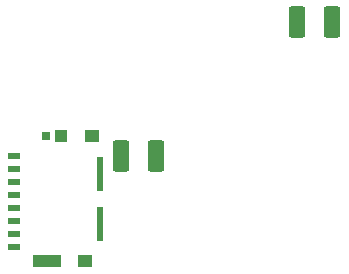
<source format=gbr>
%TF.GenerationSoftware,KiCad,Pcbnew,(6.0.2)*%
%TF.CreationDate,2022-04-06T14:17:41-06:00*%
%TF.ProjectId,DB25m_F4_THTV1,44423235-6d5f-4463-945f-54485456312e,rev?*%
%TF.SameCoordinates,Original*%
%TF.FileFunction,Paste,Bot*%
%TF.FilePolarity,Positive*%
%FSLAX46Y46*%
G04 Gerber Fmt 4.6, Leading zero omitted, Abs format (unit mm)*
G04 Created by KiCad (PCBNEW (6.0.2)) date 2022-04-06 14:17:41*
%MOMM*%
%LPD*%
G01*
G04 APERTURE LIST*
G04 Aperture macros list*
%AMRoundRect*
0 Rectangle with rounded corners*
0 $1 Rounding radius*
0 $2 $3 $4 $5 $6 $7 $8 $9 X,Y pos of 4 corners*
0 Add a 4 corners polygon primitive as box body*
4,1,4,$2,$3,$4,$5,$6,$7,$8,$9,$2,$3,0*
0 Add four circle primitives for the rounded corners*
1,1,$1+$1,$2,$3*
1,1,$1+$1,$4,$5*
1,1,$1+$1,$6,$7*
1,1,$1+$1,$8,$9*
0 Add four rect primitives between the rounded corners*
20,1,$1+$1,$2,$3,$4,$5,0*
20,1,$1+$1,$4,$5,$6,$7,0*
20,1,$1+$1,$6,$7,$8,$9,0*
20,1,$1+$1,$8,$9,$2,$3,0*%
G04 Aperture macros list end*
%ADD10RoundRect,0.250001X0.462499X1.074999X-0.462499X1.074999X-0.462499X-1.074999X0.462499X-1.074999X0*%
%ADD11R,0.550000X2.910000*%
%ADD12R,1.000000X0.500000*%
%ADD13R,0.780000X0.720000*%
%ADD14R,1.200000X1.050000*%
%ADD15R,2.390000X1.050000*%
%ADD16R,1.080000X1.050000*%
%ADD17RoundRect,0.250001X-0.462499X-1.074999X0.462499X-1.074999X0.462499X1.074999X-0.462499X1.074999X0*%
G04 APERTURE END LIST*
D10*
%TO.C,C3*%
X131683760Y-63578740D03*
X128708760Y-63578740D03*
%TD*%
D11*
%TO.C,J5*%
X112011860Y-80681400D03*
X112011860Y-76491400D03*
D12*
X104776860Y-74986400D03*
X104776860Y-76086400D03*
X104776860Y-77186400D03*
X104776860Y-78286400D03*
X104776860Y-79386400D03*
X104776860Y-80486400D03*
X104776860Y-81586400D03*
X104776860Y-82686400D03*
D13*
X107456860Y-73226400D03*
D14*
X110766860Y-83861400D03*
D15*
X107581860Y-83861400D03*
D14*
X111336860Y-73216400D03*
D16*
X108726860Y-73226400D03*
%TD*%
D17*
%TO.C,C4*%
X113821820Y-74914760D03*
X116796820Y-74914760D03*
%TD*%
M02*

</source>
